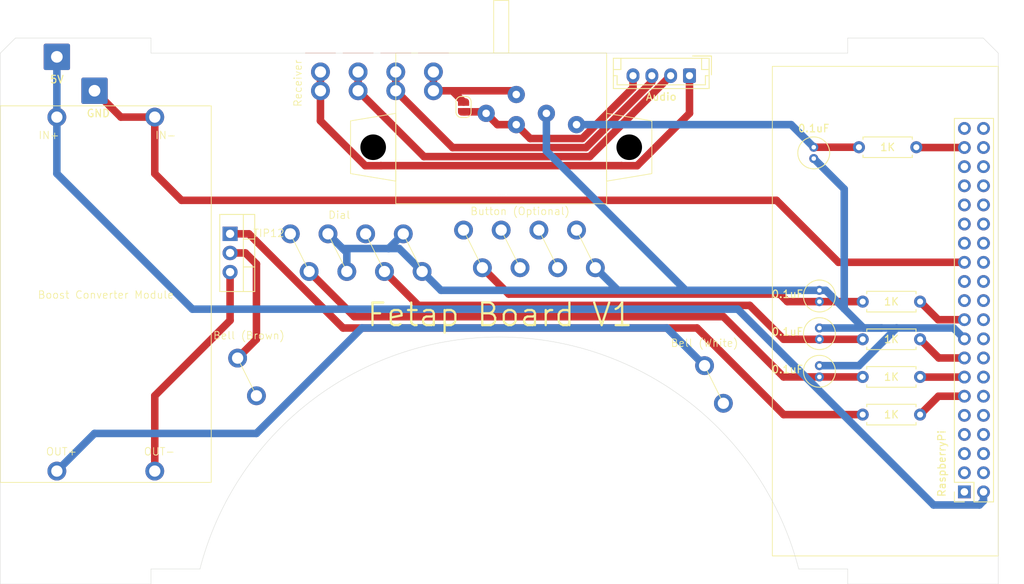
<source format=kicad_pcb>
(kicad_pcb (version 20240108) (generator "pcbnew") (generator_version "8.0")
  (layers (0 "F.Cu" signal) (31 "B.Cu" signal) (34 "B.Paste" user) (35 "F.Paste" user) (36 "B.SilkS" user "B.Silkscreen") (37 "F.SilkS" user "F.Silkscreen") (38 "B.Mask" user) (39 "F.Mask" user) (44 "Edge.Cuts" user))
  (net 0 "")
  (net 1 "Net-(Dial1-Pin_2)")
  (net 2 "Net-(Dial1-Pin_1)")
  (net 3 "Net-(0.1uF3-Pad2)")
  (net 4 "Net-(RaspberryPi1-GPIO17)")
  (net 5 "Net-(TIP120-B)")
  (net 6 "Net-(RaspberryPi1-GPIO22)")
  (net 7 "Net-(RaspberryPi1-GPIO27)")
  (net 8 "Net-(RaspberryPi1-GPIO26)")
  (net 9 "Net-(BoostConverterModule1-Pin_4)")
  (net 10 "Net-(BoostConverterModule1-Pin_3)")
  (net 22 "Net-(Dial1-Pin_3)")
  (net 35 "Net-(OptionalButton1-Pin_1)")
  (net 36 "Net-(RaspberryPi1-MOSI0{slash}GPIO10)")
  (net 39 "Net-(J1-Pin_2)")
  (net 40 "Net-(J1-Pin_1)")
  (net 41 "Net-(J1-Pin_4)")
  (net 42 "Net-(J1-Pin_3)")
  (net 43 "Net-(BoostConverterModule1-Pin_1)")
  (net 44 "Net-(BrownBell-1-Pin_1)")
  (net 45 "Net-(5V1-Pin_1)")
  (net 46 "Net-(JP1-A)")
  (footprint "Package_TO_SOT_THT:TO-220-3_Vertical" (layer "F.Cu") (at 117 84.5 -90)
    (property "Reference" "TIP120" (hide yes))
    (property "Value" "TIP120")
    (fp_line (start -2.58 1.371) (end 7.66 1.371) (stroke (width 0.12)) (layer "F.SilkS"))
    (fp_line (start -2.58 -1.76) (end 7.66 -1.76) (stroke (width 0.12)) (layer "F.SilkS"))
    (fp_line (start -2.58 -3.27) (end -2.58 1.371) (stroke (width 0.12)) (layer "F.SilkS"))
    (fp_line (start -2.58 -3.27) (end 7.66 -3.27) (stroke (width 0.12)) (layer "F.SilkS"))
    (fp_line (start 0.69 -3.27) (end 0.69 -1.76) (stroke (width 0.12)) (layer "F.SilkS"))
    (fp_line (start 4.391 -3.27) (end 4.391 -1.76) (stroke (width 0.12)) (layer "F.SilkS"))
    (fp_line (start 7.66 -3.27) (end 7.66 1.371) (stroke (width 0.12)) (layer "F.SilkS"))
    (pad "1" thru_hole rect (at 0 0 270) (size 1.905 2) (drill 1.1) (layers "*.Cu" "*.Mask") (net 5 "Net-(TIP120-B)"))
    (pad "2" thru_hole oval (at 2.54 0 270) (size 1.905 2) (drill 1.1) (layers "*.Cu" "*.Mask") (net 44 "Net-(BrownBell-1-Pin_1)"))
    (pad "3" thru_hole oval (at 5.08 0 270) (size 1.905 2) (drill 1.1) (layers "*.Cu" "*.Mask") (net 10 "Net-(BoostConverterModule1-Pin_3)"))
  )
  (footprint "Fetap:Boost Converter Module" (layer "F.Cu") (at 100.5 117.5)
    (property "Reference" "Boost Converter Module" (at 0 -24.9 0) (layer "F.SilkS") (effects (font (thickness 0.1))))
    (property "Value" "Conn_02x02_Odd_Even")
    (fp_rect (start -14 -50) (end 14 0) (stroke (width 0.1)) (fill none) (layer "F.SilkS"))
    (fp_text user "OUT-" (at 5 -3.5 0) (layer "F.SilkS") (effects (font (thickness 0.1)) (justify left bottom)))
    (fp_text user "IN+" (at -9 -45.5 0) (layer "F.SilkS") (effects (font (thickness 0.1)) (justify left bottom)))
    (fp_text user "OUT+" (at -8 -3.5 0) (layer "F.SilkS") (effects (font (thickness 0.1)) (justify left bottom)))
    (fp_text user "IN-" (at 6.5 -45.5 0) (layer "F.SilkS") (effects (font (thickness 0.1)) (justify left bottom)))
    (pad "1" thru_hole circle (at -6.5 -1.5) (size 2.5 2.5) (drill 1.5) (layers "*.Cu" "*.Mask") (net 43 "Net-(BoostConverterModule1-Pin_1)"))
    (pad "2" thru_hole circle (at -6.5 -48.5) (size 2.5 2.5) (drill 1.5) (layers "*.Cu" "*.Mask") (net 45 "Net-(5V1-Pin_1)"))
    (pad "3" thru_hole circle (at 6.5 -1.5) (size 2.5 2.5) (drill 1.5) (layers "*.Cu" "*.Mask") (net 10 "Net-(BoostConverterModule1-Pin_3)"))
    (pad "4" thru_hole circle (at 6.5 -48.5) (size 2.5 2.5) (drill 1.5) (layers "*.Cu" "*.Mask") (net 9 "Net-(BoostConverterModule1-Pin_4)"))
  )
  (footprint "Resistor_THT:R_Axial_DIN0207_L6.3mm_D2.5mm_P7.62mm_Horizontal" (layer "F.Cu") (at 208.62 103.5 180)
    (property "Reference" "1K" (at 3.81 0 180) (layer "F.SilkS"))
    (property "Value" "R1")
    (fp_line (start 7.08 1.37) (end 7.08 1.04) (stroke (width 0.12)) (layer "F.SilkS"))
    (fp_line (start 7.08 -1.37) (end 7.08 -1.04) (stroke (width 0.12)) (layer "F.SilkS"))
    (fp_line (start 0.54 1.37) (end 7.08 1.37) (stroke (width 0.12)) (layer "F.SilkS"))
    (fp_line (start 0.54 1.04) (end 0.54 1.37) (stroke (width 0.12)) (layer "F.SilkS"))
    (fp_line (start 0.54 -1.04) (end 0.54 -1.37) (stroke (width 0.12)) (layer "F.SilkS"))
    (fp_line (start 0.54 -1.37) (end 7.08 -1.37) (stroke (width 0.12)) (layer "F.SilkS"))
    (pad "1" thru_hole circle (at 0 0 180) (size 1.6 1.6) (drill 0.8) (layers "*.Cu" "*.Mask") (net 7 "Net-(RaspberryPi1-GPIO27)"))
    (pad "2" thru_hole oval (at 7.62 0 180) (size 1.6 1.6) (drill 0.8) (layers "*.Cu" "*.Mask") (net 2 "Net-(Dial1-Pin_1)"))
  )
  (footprint "Resistor_THT:R_Axial_DIN0207_L6.3mm_D2.5mm_P7.62mm_Horizontal" (layer "F.Cu") (at 208.62 108.5 180)
    (property "Reference" "1K" (at 3.81 0 180) (layer "F.SilkS"))
    (property "Value" "R3")
    (fp_line (start 7.08 1.37) (end 7.08 1.04) (stroke (width 0.12)) (layer "F.SilkS"))
    (fp_line (start 7.08 -1.37) (end 7.08 -1.04) (stroke (width 0.12)) (layer "F.SilkS"))
    (fp_line (start 0.54 1.37) (end 7.08 1.37) (stroke (width 0.12)) (layer "F.SilkS"))
    (fp_line (start 0.54 1.04) (end 0.54 1.37) (stroke (width 0.12)) (layer "F.SilkS"))
    (fp_line (start 0.54 -1.04) (end 0.54 -1.37) (stroke (width 0.12)) (layer "F.SilkS"))
    (fp_line (start 0.54 -1.37) (end 7.08 -1.37) (stroke (width 0.12)) (layer "F.SilkS"))
    (pad "1" thru_hole circle (at 0 0 180) (size 1.6 1.6) (drill 0.8) (layers "*.Cu" "*.Mask") (net 4 "Net-(RaspberryPi1-GPIO17)"))
    (pad "2" thru_hole oval (at 7.62 0 180) (size 1.6 1.6) (drill 0.8) (layers "*.Cu" "*.Mask") (net 5 "Net-(TIP120-B)"))
  )
  (footprint "Fetap:Fetap Pin Horizontal x 4" (layer "F.Cu") (at 129 65.5)
    (property "Reference" "Receiver" (at -3 -1 90) (layer "F.SilkS") (effects (font (thickness 0.1))))
    (property "Value" "~")
    (fp_line (start -2 -5) (end 2 -5) (stroke (width 0.1)) (layer "B.SilkS"))
    (fp_line (start 3 -5) (end 7 -5) (stroke (width 0.1)) (layer "B.SilkS"))
    (fp_line (start 8 -5) (end 12 -5) (stroke (width 0.1)) (layer "B.SilkS"))
    (fp_line (start 13 -5) (end 17 -5) (stroke (width 0.1)) (layer "B.SilkS"))
    (pad "1" thru_hole circle (at 0 -2.5) (size 2.5 2.5) (drill 1.5) (layers "*.Cu" "*.Mask") (net 40 "Net-(J1-Pin_1)"))
    (pad "1" thru_hole circle (at 0 0) (size 2.5 2.5) (drill 1.5) (layers "*.Cu" "*.Mask") (net 40 "Net-(J1-Pin_1)"))
    (pad "2" thru_hole circle (at 5 -2.5) (size 2.5 2.5) (drill 1.5) (layers "*.Cu" "*.Mask") (net 39 "Net-(J1-Pin_2)"))
    (pad "2" thru_hole circle (at 5 0) (size 2.5 2.5) (drill 1.5) (layers "*.Cu" "*.Mask") (net 39 "Net-(J1-Pin_2)"))
    (pad "3" thru_hole circle (at 10 -2.5) (size 2.5 2.5) (drill 1.5) (layers "*.Cu" "*.Mask") (net 42 "Net-(J1-Pin_3)"))
    (pad "3" thru_hole circle (at 10 0) (size 2.5 2.5) (drill 1.5) (layers "*.Cu" "*.Mask") (net 42 "Net-(J1-Pin_3)"))
    (pad "4" thru_hole circle (at 15 -2.5) (size 2.5 2.5) (drill 1.5) (layers "*.Cu" "*.Mask") (net 46 "Net-(JP1-A)"))
    (pad "4" thru_hole circle (at 15 0) (size 2.5 2.5) (drill 1.5) (layers "*.Cu" "*.Mask") (net 46 "Net-(JP1-A)"))
  )
  (footprint "Fetap:RPi Zero" (layer "F.Cu") (at 214.5 118.76 180)
    (property "Reference" "RaspberryPi" (at 2.999999 3.760001 -90) (layer "F.SilkS"))
    (property "Value" "Raspberry_Pi_2_3")
    (fp_line (start 1.33 1.27) (end 1.33 49.59) (stroke (width 0.12)) (layer "F.SilkS"))
    (fp_line (start 1.33 -1.33) (end 1.33 0) (stroke (width 0.12)) (layer "F.SilkS"))
    (fp_line (start 0 -1.33) (end 1.33 -1.33) (stroke (width 0.12)) (layer "F.SilkS"))
    (fp_line (start -1.27 1.27) (end 1.33 1.27) (stroke (width 0.12)) (layer "F.SilkS"))
    (fp_line (start -1.27 -1.33) (end -1.27 1.27) (stroke (width 0.12)) (layer "F.SilkS"))
    (fp_line (start -3.87 49.59) (end 1.33 49.59) (stroke (width 0.12)) (layer "F.SilkS"))
    (fp_line (start -3.87 -1.33) (end -1.27 -1.33) (stroke (width 0.12)) (layer "F.SilkS"))
    (fp_line (start -3.87 -1.33) (end -3.87 49.59) (stroke (width 0.12)) (layer "F.SilkS"))
    (fp_rect (start -4.5 -8.5) (end 25.5 56.5) (stroke (width 0.1)) (fill none) (layer "F.SilkS"))
    (pad "1" thru_hole rect (at 0 0 180) (size 1.7 1.7) (drill 1) (layers "*.Cu" "*.Mask") (net 1 "Net-(Dial1-Pin_2)"))
    (pad "2" thru_hole oval (at -2.54 0 180) (size 1.7 1.7) (drill 1) (layers "*.Cu" "*.Mask") (net 45 "Net-(5V1-Pin_1)"))
    (pad "3" thru_hole oval (at 0 2.54 180) (size 1.7 1.7) (drill 1) (layers "*.Cu" "*.Mask"))
    (pad "4" thru_hole oval (at -2.54 2.54 180) (size 1.7 1.7) (drill 1) (layers "*.Cu" "*.Mask") (net 45 "Net-(5V1-Pin_1)"))
    (pad "5" thru_hole oval (at 0 5.08 180) (size 1.7 1.7) (drill 1) (layers "*.Cu" "*.Mask"))
    (pad "6" thru_hole oval (at -2.54 5.08 180) (size 1.7 1.7) (drill 1) (layers "*.Cu" "*.Mask") (net 9 "Net-(BoostConverterModule1-Pin_4)"))
    (pad "7" thru_hole oval (at 0 7.62 180) (size 1.7 1.7) (drill 1) (layers "*.Cu" "*.Mask"))
    (pad "8" thru_hole oval (at -2.54 7.62 180) (size 1.7 1.7) (drill 1) (layers "*.Cu" "*.Mask"))
    (pad "9" thru_hole oval (at 0 10.16 180) (size 1.7 1.7) (drill 1) (layers "*.Cu" "*.Mask") (net 9 "Net-(BoostConverterModule1-Pin_4)"))
    (pad "10" thru_hole oval (at -2.54 10.16 180) (size 1.7 1.7) (drill 1) (layers "*.Cu" "*.Mask"))
    (pad "11" thru_hole oval (at 0 12.7 180) (size 1.7 1.7) (drill 1) (layers "*.Cu" "*.Mask") (net 4 "Net-(RaspberryPi1-GPIO17)"))
    (pad "12" thru_hole oval (at -2.54 12.7 180) (size 1.7 1.7) (drill 1) (layers "*.Cu" "*.Mask"))
    (pad "13" thru_hole oval (at 0 15.24 180) (size 1.7 1.7) (drill 1) (layers "*.Cu" "*.Mask") (net 7 "Net-(RaspberryPi1-GPIO27)"))
    (pad "14" thru_hole oval (at -2.54 15.24 180) (size 1.7 1.7) (drill 1) (layers "*.Cu" "*.Mask") (net 9 "Net-(BoostConverterModule1-Pin_4)"))
    (pad "15" thru_hole oval (at 0 17.78 180) (size 1.7 1.7) (drill 1) (layers "*.Cu" "*.Mask") (net 6 "Net-(RaspberryPi1-GPIO22)"))
    (pad "16" thru_hole oval (at -2.54 17.78 180) (size 1.7 1.7) (drill 1) (layers "*.Cu" "*.Mask"))
    (pad "17" thru_hole oval (at 0 20.32 180) (size 1.7 1.7) (drill 1) (layers "*.Cu" "*.Mask") (net 1 "Net-(Dial1-Pin_2)"))
    (pad "18" thru_hole oval (at -2.54 20.32 180) (size 1.7 1.7) (drill 1) (layers "*.Cu" "*.Mask"))
    (pad "19" thru_hole oval (at 0 22.86 180) (size 1.7 1.7) (drill 1) (layers "*.Cu" "*.Mask") (net 36 "Net-(RaspberryPi1-MOSI0{slash}GPIO10)"))
    (pad "20" thru_hole oval (at -2.54 22.86 180) (size 1.7 1.7) (drill 1) (layers "*.Cu" "*.Mask") (net 9 "Net-(BoostConverterModule1-Pin_4)"))
    (pad "21" thru_hole oval (at 0 25.4 180) (size 1.7 1.7) (drill 1) (layers "*.Cu" "*.Mask"))
    (pad "22" thru_hole oval (at -2.54 25.4 180) (size 1.7 1.7) (drill 1) (layers "*.Cu" "*.Mask"))
    (pad "23" thru_hole oval (at 0 27.94 180) (size 1.7 1.7) (drill 1) (layers "*.Cu" "*.Mask"))
    (pad "24" thru_hole oval (at -2.54 27.94 180) (size 1.7 1.7) (drill 1) (layers "*.Cu" "*.Mask"))
    (pad "25" thru_hole oval (at 0 30.48 180) (size 1.7 1.7) (drill 1) (layers "*.Cu" "*.Mask") (net 9 "Net-(BoostConverterModule1-Pin_4)"))
    (pad "26" thru_hole oval (at -2.54 30.48 180) (size 1.7 1.7) (drill 1) (layers "*.Cu" "*.Mask"))
    (pad "27" thru_hole oval (at 0 33.02 180) (size 1.7 1.7) (drill 1) (layers "*.Cu" "*.Mask"))
    (pad "28" thru_hole oval (at -2.54 33.02 180) (size 1.7 1.7) (drill 1) (layers "*.Cu" "*.Mask"))
    (pad "29" thru_hole oval (at 0 35.56 180) (size 1.7 1.7) (drill 1) (layers "*.Cu" "*.Mask"))
    (pad "30" thru_hole oval (at -2.54 35.56 180) (size 1.7 1.7) (drill 1) (layers "*.Cu" "*.Mask") (net 9 "Net-(BoostConverterModule1-Pin_4)"))
    (pad "31" thru_hole oval (at 0 38.1 180) (size 1.7 1.7) (drill 1) (layers "*.Cu" "*.Mask"))
    (pad "32" thru_hole oval (at -2.54 38.1 180) (size 1.7 1.7) (drill 1) (layers "*.Cu" "*.Mask"))
    (pad "33" thru_hole oval (at 0 40.64 180) (size 1.7 1.7) (drill 1) (layers "*.Cu" "*.Mask"))
    (pad "34" thru_hole oval (at -2.54 40.64 180) (size 1.7 1.7) (drill 1) (layers "*.Cu" "*.Mask") (net 9 "Net-(BoostConverterModule1-Pin_4)"))
    (pad "35" thru_hole oval (at 0 43.18 180) (size 1.7 1.7) (drill 1) (layers "*.Cu" "*.Mask"))
    (pad "36" thru_hole oval (at -2.54 43.18 180) (size 1.7 1.7) (drill 1) (layers "*.Cu" "*.Mask"))
    (pad "37" thru_hole oval (at 0 45.72 180) (size 1.7 1.7) (drill 1) (layers "*.Cu" "*.Mask") (net 8 "Net-(RaspberryPi1-GPIO26)"))
    (pad "38" thru_hole oval (at -2.54 45.72 180) (size 1.7 1.7) (drill 1) (layers "*.Cu" "*.Mask"))
    (pad "39" thru_hole oval (at 0 48.26 180) (size 1.7 1.7) (drill 1) (layers "*.Cu" "*.Mask") (net 9 "Net-(BoostConverterModule1-Pin_4)"))
    (pad "40" thru_hole oval (at -2.54 48.26 180) (size 1.7 1.7) (drill 1) (layers "*.Cu" "*.Mask"))
  )
  (footprint "Connector_Wire:SolderWire-0.75sqmm_1x01_D1.25mm_OD3.5mm" (layer "F.Cu") (at 94 61)
    (property "Reference" "5V" (at 0 3 0) (layer "F.SilkS"))
    (property "Value" "Conn_01x01_Socket")
    (pad "1" thru_hole roundrect (at 0 0) (size 3.5 3.5) (drill 1.55) (layers "*.Cu" "*.Mask") (roundrect_rratio 0.071429) (net 45 "Net-(5V1-Pin_1)"))
  )
  (footprint "Jumper:SolderJumper-2_P1.3mm_Open_RoundedPad1.0x1.5mm" (layer "F.Cu") (at 148 67.65 -90)
    (property "Reference" "JP1" (hide yes))
    (property "Value" "SolderJumper_2_Open")
    (fp_line (start 0.7 1) (end -0.7 1) (stroke (width 0.12)) (layer "F.SilkS"))
    (fp_line (start -1.4 0.3) (end -1.4 -0.3) (stroke (width 0.12)) (layer "F.SilkS"))
    (fp_line (start 1.4 -0.3) (end 1.4 0.3) (stroke (width 0.12)) (layer "F.SilkS"))
    (fp_line (start -0.7 -1) (end 0.7 -1) (stroke (width 0.12)) (layer "F.SilkS"))
    (fp_arc (start -0.7 1) (mid -1.194975 0.794975) (end -1.4 0.3) (stroke (width 0.12)) (layer "F.SilkS"))
    (fp_arc (start 1.4 0.3) (mid 1.194975 0.794975) (end 0.7 1) (stroke (width 0.12)) (layer "F.SilkS"))
    (fp_arc (start -1.4 -0.3) (mid -1.194975 -0.794975) (end -0.7 -1) (stroke (width 0.12)) (layer "F.SilkS"))
    (fp_arc (start 0.7 -1) (mid 1.194975 -0.794975) (end 1.4 -0.3) (stroke (width 0.12)) (layer "F.SilkS"))
    (pad "1" smd custom (at -0.65 0 270) (size 1 0.5) (layers "F.Cu" "F.Mask") (net 46 "Net-(JP1-A)") (options (clearance outline) (anchor rect)) (primitives (gr_circle (center 0 0.25) (end 0.5 0.25) (width 0) (fill yes)) (gr_circle (center 0 -0.25) (end 0.5 -0.25) (width 0) (fill yes)) (gr_poly (pts (xy 0.5 0.75) (xy 0 0.75) (xy 0 -0.75) (xy 0.5 -0.75)) (width 0) (fill yes))))
    (pad "2" smd custom (at 0.65 0 270) (size 1 0.5) (layers "F.Cu" "F.Mask") (net 41 "Net-(J1-Pin_4)") (options (clearance outline) (anchor rect)) (primitives (gr_circle (center 0 0.25) (end 0.5 0.25) (width 0) (fill yes)) (gr_circle (center 0 -0.25) (end 0.5 -0.25) (width 0) (fill yes)) (gr_poly (pts (xy 0 0.75) (xy -0.5 0.75) (xy -0.5 -0.75) (xy 0 -0.75)) (width 0) (fill yes))))
  )
  (footprint "Capacitor_THT:C_Radial_D4.0mm_H7.0mm_P1.50mm" (layer "F.Cu") (at 195.25 102 -90)
    (property "Reference" "0.1uF" (at 0.5 4.25 180) (layer "F.SilkS"))
    (property "Value" "C")
    (fp_circle (center 0.75 0) (end 2.87 0) (stroke (width 0.12)) (fill none) (layer "F.SilkS"))
    (pad "1" thru_hole circle (at 0 0 270) (size 1.2 1.2) (drill 0.6) (layers "*.Cu" "*.Mask") (net 1 "Net-(Dial1-Pin_2)"))
    (pad "2" thru_hole circle (at 1.5 0 270) (size 1.2 1.2) (drill 0.6) (layers "*.Cu" "*.Mask") (net 2 "Net-(Dial1-Pin_1)"))
  )
  (footprint "Resistor_THT:R_Axial_DIN0207_L6.3mm_D2.5mm_P7.62mm_Horizontal" (layer "F.Cu") (at 208.62 98.5 180)
    (property "Reference" "1K" (at 3.81 0 180) (layer "F.SilkS"))
    (property "Value" "R2")
    (fp_line (start 7.08 1.37) (end 7.08 1.04) (stroke (width 0.12)) (layer "F.SilkS"))
    (fp_line (start 7.08 -1.37) (end 7.08 -1.04) (stroke (width 0.12)) (layer "F.SilkS"))
    (fp_line (start 0.54 1.37) (end 7.08 1.37) (stroke (width 0.12)) (layer "F.SilkS"))
    (fp_line (start 0.54 1.04) (end 0.54 1.37) (stroke (width 0.12)) (layer "F.SilkS"))
    (fp_line (start 0.54 -1.04) (end 0.54 -1.37) (stroke (width 0.12)) (layer "F.SilkS"))
    (fp_line (start 0.54 -1.37) (end 7.08 -1.37) (stroke (width 0.12)) (layer "F.SilkS"))
    (pad "1" thru_hole circle (at 0 0 180) (size 1.6 1.6) (drill 0.8) (layers "*.Cu" "*.Mask") (net 6 "Net-(RaspberryPi1-GPIO22)"))
    (pad "2" thru_hole oval (at 7.62 0 180) (size 1.6 1.6) (drill 0.8) (layers "*.Cu" "*.Mask") (net 22 "Net-(Dial1-Pin_3)"))
  )
  (footprint "Fetap:Fetap Pin Vertical x 4" (layer "F.Cu") (at 127.5 89.5)
    (property "Reference" "Dial" (at 4 -7.5 0) (layer "F.SilkS") (effects (font (thickness 0.1))))
    (property "Value" "~")
    (fp_line (start -2.5 -5) (end 0 0) (stroke (width 0.1)) (layer "F.SilkS"))
    (fp_line (start 2.5 -5) (end 5 0) (stroke (width 0.1)) (layer "F.SilkS"))
    (fp_line (start 7.5 -5) (end 10 0) (stroke (width 0.1)) (layer "F.SilkS"))
    (fp_line (start 12.5 -5) (end 15 0) (stroke (width 0.1)) (layer "F.SilkS"))
    (pad "1" thru_hole circle (at -2.5 -5) (size 2.5 2.5) (drill 1.5) (layers "*.Cu" "*.Mask") (net 2 "Net-(Dial1-Pin_1)"))
    (pad "1" thru_hole circle (at 0 0) (size 2.5 2.5) (drill 1.5) (layers "*.Cu" "*.Mask") (net 2 "Net-(Dial1-Pin_1)"))
    (pad "2" thru_hole circle (at 2.5 -5) (size 2.5 2.5) (drill 1.5) (layers "*.Cu" "*.Mask") (net 1 "Net-(Dial1-Pin_2)"))
    (pad "2" thru_hole circle (at 5 0) (size 2.5 2.5) (drill 1.5) (layers "*.Cu" "*.Mask") (net 1 "Net-(Dial1-Pin_2)"))
    (pad "3" thru_hole circle (at 7.5 -5) (size 2.5 2.5) (drill 1.5) (layers "*.Cu" "*.Mask") (net 22 "Net-(Dial1-Pin_3)"))
    (pad "3" thru_hole circle (at 10 0) (size 2.5 2.5) (drill 1.5) (layers "*.Cu" "*.Mask") (net 22 "Net-(Dial1-Pin_3)"))
    (pad "4" thru_hole circle (at 12.5 -5) (size 2.5 2.5) (drill 1.5) (layers "*.Cu" "*.Mask") (net 1 "Net-(Dial1-Pin_2)"))
    (pad "4" thru_hole circle (at 15 0) (size 2.5 2.5) (drill 1.5) (layers "*.Cu" "*.Mask") (net 1 "Net-(Dial1-Pin_2)"))
  )
  (footprint "Capacitor_THT:C_Radial_D4.0mm_H7.0mm_P1.50mm" (layer "F.Cu") (at 194.5 74.5 90)
    (property "Reference" "0.1uF" (at 4 0 0) (layer "F.SilkS"))
    (property "Value" "C")
    (fp_circle (center 0.75 0) (end 2.87 0) (stroke (width 0.12)) (fill none) (layer "F.SilkS"))
    (pad "1" thru_hole circle (at 0 0 90) (size 1.2 1.2) (drill 0.6) (layers "*.Cu" "*.Mask") (net 1 "Net-(Dial1-Pin_2)"))
    (pad "2" thru_hole circle (at 1.5 0 90) (size 1.2 1.2) (drill 0.6) (layers "*.Cu" "*.Mask") (net 3 "Net-(0.1uF3-Pad2)"))
  )
  (footprint "Capacitor_THT:C_Radial_D4.0mm_H7.0mm_P1.50mm" (layer "F.Cu") (at 195.25 97 -90)
    (property "Reference" "0.1uF" (at 0.5 4.25 180) (layer "F.SilkS"))
    (property "Value" "C")
    (fp_circle (center 0.75 0) (end 2.87 0) (stroke (width 0.12)) (fill none) (layer "F.SilkS"))
    (pad "1" thru_hole circle (at 0 0 270) (size 1.2 1.2) (drill 0.6) (layers "*.Cu" "*.Mask") (net 1 "Net-(Dial1-Pin_2)"))
    (pad "2" thru_hole circle (at 1.5 0 270) (size 1.2 1.2) (drill 0.6) (layers "*.Cu" "*.Mask") (net 22 "Net-(Dial1-Pin_3)"))
  )
  (footprint "Resistor_THT:R_Axial_DIN0207_L6.3mm_D2.5mm_P7.62mm_Horizontal" (layer "F.Cu") (at 200.5 73)
    (property "Reference" "1K" (at 3.81 0 0) (layer "F.SilkS"))
    (property "Value" "R4")
    (fp_line (start 0.54 -1.37) (end 7.08 -1.37) (stroke (width 0.12)) (layer "F.SilkS"))
    (fp_line (start 0.54 -1.04) (end 0.54 -1.37) (stroke (width 0.12)) (layer "F.SilkS"))
    (fp_line (start 0.54 1.04) (end 0.54 1.37) (stroke (width 0.12)) (layer "F.SilkS"))
    (fp_line (start 0.54 1.37) (end 7.08 1.37) (stroke (width 0.12)) (layer "F.SilkS"))
    (fp_line (start 7.08 -1.37) (end 7.08 -1.04) (stroke (width 0.12)) (layer "F.SilkS"))
    (fp_line (start 7.08 1.37) (end 7.08 1.04) (stroke (width 0.12)) (layer "F.SilkS"))
    (pad "1" thru_hole circle (at 0 0) (size 1.6 1.6) (drill 0.8) (layers "*.Cu" "*.Mask") (net 3 "Net-(0.1uF3-Pad2)"))
    (pad "2" thru_hole oval (at 7.62 0) (size 1.6 1.6) (drill 0.8) (layers "*.Cu" "*.Mask") (net 8 "Net-(RaspberryPi1-GPIO26)"))
  )
  (footprint "Fetap:Fetap Pin Vertical x 4" (layer "F.Cu") (at 150.5 89)
    (property "Reference" "Button (Optional)" (at 5 -7.5 0) (layer "F.SilkS") (effects (font (thickness 0.1))))
    (property "Value" "~")
    (fp_line (start -2.5 -5) (end 0 0) (stroke (width 0.1)) (layer "F.SilkS"))
    (fp_line (start 2.5 -5) (end 5 0) (stroke (width 0.1)) (layer "F.SilkS"))
    (fp_line (start 7.5 -5) (end 10 0) (stroke (width 0.1)) (layer "F.SilkS"))
    (fp_line (start 12.5 -5) (end 15 0) (stroke (width 0.1)) (layer "F.SilkS"))
    (pad "1" thru_hole circle (at -2.5 -5) (size 2.5 2.5) (drill 1.5) (layers "*.Cu" "*.Mask") (net 35 "Net-(OptionalButton1-Pin_1)"))
    (pad "1" thru_hole circle (at 0 0) (size 2.5 2.5) (drill 1.5) (layers "*.Cu" "*.Mask") (net 35 "Net-(OptionalButton1-Pin_1)"))
    (pad "2" thru_hole circle (at 2.5 -5) (size 2.5 2.5) (drill 1.5) (layers "*.Cu" "*.Mask"))
    (pad "2" thru_hole circle (at 5 0) (size 2.5 2.5) (drill 1.5) (layers "*.Cu" "*.Mask"))
    (pad "3" thru_hole circle (at 7.5 -5) (size 2.5 2.5) (drill 1.5) (layers "*.Cu" "*.Mask"))
    (pad "3" thru_hole circle (at 10 0) (size 2.5 2.5) (drill 1.5) (layers "*.Cu" "*.Mask"))
    (pad "4" thru_hole circle (at 12.5 -5) (size 2.5 2.5) (drill 1.5) (layers "*.Cu" "*.Mask") (net 1 "Net-(Dial1-Pin_2)"))
    (pad "4" thru_hole circle (at 15 0) (size 2.5 2.5) (drill 1.5) (layers "*.Cu" "*.Mask") (net 1 "Net-(Dial1-Pin_2)"))
  )
  (footprint "Fetap:Fetap Receiver Switch" (layer "F.Cu") (at 153 70 180)
    (property "Reference" "ReceiverPushButton1" (hide yes))
    (property "Value" "SW_Push_Open_Dual")
    (fp_rect (start -1 9.5) (end 1 16.5) (stroke (width 0.1)) (fill none) (layer "F.SilkS"))
    (fp_rect (start -14 -10.5) (end 14 9.5) (stroke (width 0.1)) (fill none) (layer "F.SilkS"))
    (fp_poly (pts (xy 14 -7.5) (xy 20 -6.5) (xy 20 0.5) (xy 14 1.5)) (stroke (width 0.1)) (fill none) (layer "F.SilkS"))
    (fp_poly (pts (xy -14 -7.5) (xy -20 -6.5) (xy -20 0.5) (xy -14 1.5)) (stroke (width 0.1)) (fill none) (layer "F.SilkS"))
    (pad "" np_thru_hole circle (at -17 -3 180) (size 3.4 3.4) (drill 3.4) (layers "*.Mask"))
    (pad "" np_thru_hole circle (at 0 -8 180) (size 2.6 2.6) (drill 2.6) (layers "F&B.Cu" "*.Mask"))
    (pad "" np_thru_hole circle (at 17 -3 180) (size 3.4 3.4) (drill 3.4) (layers "*.Mask"))
    (pad "1" thru_hole circle (at -10 0 180) (size 2.286 2.286) (drill 1) (layers "*.Cu" "*.Mask") (net 3 "Net-(0.1uF3-Pad2)"))
    (pad "2" thru_hole circle (at -6 1.5 180) (size 2.286 2.286) (drill 1) (layers "*.Cu" "*.Mask") (net 1 "Net-(Dial1-Pin_2)"))
    (pad "3" thru_hole circle (at -2 4 180) (size 2.286 2.286) (drill 1) (layers "*.Cu" "*.Mask") (net 46 "Net-(JP1-A)"))
    (pad "4" thru_hole circle (at -2 0 180) (size 2.286 2.286) (drill 1) (layers "*.Cu" "*.Mask") (net 41 "Net-(J1-Pin_4)"))
    (pad "4" thru_hole circle (at 2 1.5 180) (size 2.286 2.286) (drill 1) (layers "*.Cu" "*.Mask") (net 41 "Net-(J1-Pin_4)"))
  )
  (footprint "Resistor_THT:R_Axial_DIN0207_L6.3mm_D2.5mm_P7.62mm_Horizontal" (layer "F.Cu") (at 208.62 93.5 180)
    (property "Reference" "1K" (at 3.81 0 180) (layer "F.SilkS"))
    (property "Value" "R1")
    (fp_line (start 7.08 1.37) (end 7.08 1.04) (stroke (width 0.12)) (layer "F.SilkS"))
    (fp_line (start 7.08 -1.37) (end 7.08 -1.04) (stroke (width 0.12)) (layer "F.SilkS"))
    (fp_line (start 0.54 1.37) (end 7.08 1.37) (stroke (width 0.12)) (layer "F.SilkS"))
    (fp_line (start 0.54 1.04) (end 0.54 1.37) (stroke (width 0.12)) (layer "F.SilkS"))
    (fp_line (start 0.54 -1.04) (end 0.54 -1.37) (stroke (width 0.12)) (layer "F.SilkS"))
    (fp_line (start 0.54 -1.37) (end 7.08 -1.37) (stroke (width 0.12)) (layer "F.SilkS"))
    (pad "1" thru_hole circle (at 0 0 180) (size 1.6 1.6) (drill 0.8) (layers "*.Cu" "*.Mask") (net 36 "Net-(RaspberryPi1-MOSI0{slash}GPIO10)"))
    (pad "2" thru_hole oval (at 7.62 0 180) (size 1.6 1.6) (drill 0.8) (layers "*.Cu" "*.Mask") (net 35 "Net-(OptionalButton1-Pin_1)"))
  )
  (footprint "Fetap:Fetap Pin Vertical" (layer "F.Cu") (at 182.5 107)
    (property "Reference" "Bell (White)" (at -2.5 -8 0) (layer "F.SilkS") (effects (font (thickness 0.1))))
    (property "Value" "Conn_01x01_Socket")
    (fp_line (start -2.5 -5) (end 0 0) (stroke (width 0.1)) (layer "F.SilkS"))
    (pad "1" thru_hole circle (at -2.5 -5) (size 2.5 2.5) (drill 1.5) (layers "*.Cu" "*.Mask") (net 43 "Net-(BoostConverterModule1-Pin_1)"))
    (pad "1" thru_hole circle (at 0 0) (size 2.5 2.5) (drill 1.5) (layers "*.Cu" "*.Mask") (net 43 "Net-(BoostConverterModule1-Pin_1)"))
  )
  (footprint "Capacitor_THT:C_Radial_D4.0mm_H7.0mm_P1.50mm" (layer "F.Cu") (at 195.25 92 -90)
    (property "Reference" "0.1uF" (at 0.5 4.25 180) (layer "F.SilkS"))
    (property "Value" "C")
    (fp_circle (center 0.75 0) (end 2.87 0) (stroke (width 0.12)) (fill none) (layer "F.SilkS"))
    (pad "1" thru_hole circle (at 0 0 270) (size 1.2 1.2) (drill 0.6) (layers "*.Cu" "*.Mask") (net 1 "Net-(Dial1-Pin_2)"))
    (pad "2" thru_hole circle (at 1.5 0 270) (size 1.2 1.2) (drill 0.6) (layers "*.Cu" "*.Mask") (net 35 "Net-(OptionalButton1-Pin_1)"))
  )
  (footprint "Fetap:Fetap Pin Vertical" (layer "F.Cu") (at 120.5 106)
    (property "Reference" "Bell (Brown)" (at -1 -8 0) (layer "F.SilkS") (effects (font (thickness 0.1))))
    (property "Value" "Conn_01x01_Socket")
    (fp_line (start -2.5 -5) (end 0 0) (stroke (width 0.1)) (layer "F.SilkS"))
    (pad "1" thru_hole circle (at -2.5 -5) (size 2.5 2.5) (drill 1.5) (layers "*.Cu" "*.Mask") (net 44 "Net-(BrownBell-1-Pin_1)"))
    (pad "1" thru_hole circle (at 0 0) (size 2.5 2.5) (drill 1.5) (layers "*.Cu" "*.Mask") (net 44 "Net-(BrownBell-1-Pin_1)"))
  )
  (footprint "Connector_Wire:SolderWire-0.75sqmm_1x01_D1.25mm_OD3.5mm" (layer "F.Cu") (at 99 65.5)
    (property "Reference" "GND" (at 0.5 3 0) (layer "F.SilkS"))
    (property "Value" "Conn_01x01_Socket")
    (pad "1" thru_hole roundrect (at 0 0) (size 3.5 3.5) (drill 1.55) (layers "*.Cu" "*.Mask") (roundrect_rratio 0.071429) (net 9 "Net-(BoostConverterModule1-Pin_4)"))
  )
  (footprint "Connector_JST:JST_EH_B4B-EH-A_1x04_P2.50mm_Vertical" (layer "F.Cu") (at 178 63.5 180)
    (property "Reference" "Audio" (at 3.75 -2.8 180) (layer "F.SilkS"))
    (property "Value" "Conn_01x04_Socket")
    (fp_line (start 10.11 2.31) (end 10.11 -1.71) (stroke (width 0.12)) (layer "F.SilkS"))
    (fp_line (start 10.11 0.81) (end 9.11 0.81) (stroke (width 0.12)) (layer "F.SilkS"))
    (fp_line (start 10.11 -1.71) (end -2.61 -1.71) (stroke (width 0.12)) (layer "F.SilkS"))
    (fp_line (start 9.61 0) (end 10.11 0) (stroke (width 0.12)) (layer "F.SilkS"))
    (fp_line (start 9.61 -1.21) (end 9.61 0) (stroke (width 0.12)) (layer "F.SilkS"))
    (fp_line (start 9.11 0.81) (end 9.11 2.31) (stroke (width 0.12)) (layer "F.SilkS"))
    (fp_line (start -1.61 0.81) (end -1.61 2.31) (stroke (width 0.12)) (layer "F.SilkS"))
    (fp_line (start -2.11 0) (end -2.11 -1.21) (stroke (width 0.12)) (layer "F.SilkS"))
    (fp_line (start -2.11 -1.21) (end 9.61 -1.21) (stroke (width 0.12)) (layer "F.SilkS"))
    (fp_line (start -2.61 2.31) (end 10.11 2.31) (stroke (width 0.12)) (layer "F.SilkS"))
    (fp_line (start -2.61 0.81) (end -1.61 0.81) (stroke (width 0.12)) (layer "F.SilkS"))
    (fp_line (start -2.61 0) (end -2.11 0) (stroke (width 0.12)) (layer "F.SilkS"))
    (fp_line (start -2.61 -1.71) (end -2.61 2.31) (stroke (width 0.12)) (layer "F.SilkS"))
    (fp_line (start -2.91 2.61) (end -0.41 2.61) (stroke (width 0.12)) (layer "F.SilkS"))
    (fp_line (start -2.91 0.11) (end -2.91 2.61) (stroke (width 0.12)) (layer "F.SilkS"))
    (pad "1" thru_hole roundrect (at 0 0 180) (size 1.7 1.95) (drill 0.95) (layers "*.Cu" "*.Mask") (roundrect_rratio 0.147059) (net 40 "Net-(J1-Pin_1)"))
    (pad "2" thru_hole oval (at 2.5 0 180) (size 1.7 1.95) (drill 0.95) (layers "*.Cu" "*.Mask") (net 39 "Net-(J1-Pin_2)"))
    (pad "3" thru_hole oval (at 5 0 180) (size 1.7 1.95) (drill 0.95) (layers "*.Cu" "*.Mask") (net 42 "Net-(J1-Pin_3)"))
    (pad "4" thru_hole oval (at 7.5 0 180) (size 1.7 1.95) (drill 0.95) (layers "*.Cu" "*.Mask") (net 41 "Net-(J1-Pin_4)"))
  )
  (gr_line (start 219 60.5) (end 219 131) (stroke (width 0.05)) (layer "Edge.Cuts"))
  (gr_line (start 199 131) (end 199 129) (stroke (width 0.05)) (layer "Edge.Cuts"))
  (gr_line (start 106.5 60.5) (end 199 60.5) (stroke (width 0.05)) (layer "Edge.Cuts"))
  (gr_line (start 219 131) (end 199 131) (stroke (width 0.05)) (layer "Edge.Cuts"))
  (gr_line (start 106.5 58.5) (end 106.5 60.5) (stroke (width 0.05)) (layer "Edge.Cuts"))
  (gr_line (start 217 58.5) (end 219 60.5) (stroke (width 0.05)) (layer "Edge.Cuts"))
  (gr_line (start 106.5 131) (end 106.5 129) (stroke (width 0.05)) (layer "Edge.Cuts"))
  (gr_line (start 199 58.5) (end 217 58.5) (stroke (width 0.05)) (layer "Edge.Cuts"))
  (gr_line (start 86.5 131) (end 106.5 131) (stroke (width 0.05)) (layer "Edge.Cuts"))
  (gr_line (start 106.5 129) (end 113 129) (stroke (width 0.05)) (layer "Edge.Cuts"))
  (gr_line (start 86.5 60.5) (end 86.5 131) (stroke (width 0.05)) (layer "Edge.Cuts"))
  (gr_arc (start 113 129) (mid 152.75 98.199726) (end 192.5 129) (stroke (width 0.05)) (layer "Edge.Cuts"))
  (gr_line (start 199 129) (end 192.5 129) (stroke (width 0.05)) (layer "Edge.Cuts"))
  (gr_line (start 199 60.5) (end 199 58.5) (stroke (width 0.05)) (layer "Edge.Cuts"))
  (gr_line (start 86.5 60.5) (end 88.5 58.5) (stroke (width 0.05)) (layer "Edge.Cuts"))
  (gr_line (start 88.5 58.5) (end 106.5 58.5) (stroke (width 0.05)) (layer "Edge.Cuts"))
  (gr_text "TIP120" (at 120 85 0) (layer "F.SilkS") (effects (font (size 1 1) (thickness 0.1)) (justify left bottom)))
  (gr_text "Fetap Board V1" (at 135 97 0) (layer "F.SilkS") (effects (font (size 3 3) (thickness 0.3) (bold yes)) (justify left bottom)))
  (segment (start 198.549264 94.450736) (end 198.549264 78.549264) (width 1) (layer "B.Cu") (net 1))
  (segment (start 205.5 97) (end 213.06 97) (width 1) (layer "B.Cu") (net 1))
  (segment (start 140 84.5) (end 138.05 86.45) (width 1) (layer "B.Cu") (net 1))
  (segment (start 168.5 92) (end 165.5 89) (width 1) (layer "B.Cu") (net 1))
  (segment (start 195.25 102) (end 200.5 102) (width 1) (layer "B.Cu") (net 1))
  (segment (start 196.098528 92) (end 198.549264 94.450736) (width 1) (layer "B.Cu") (net 1))
  (segment (start 139.45 86.45) (end 142.5 89.5) (width 1) (layer "B.Cu") (net 1))
  (segment (start 168.5 92) (end 145 92) (width 1) (layer "B.Cu") (net 1))
  (segment (start 138.05 86.45) (end 139.45 86.45) (width 1) (layer "B.Cu") (net 1))
  (segment (start 201.098528 97) (end 203.5 97) (width 1) (layer "B.Cu") (net 1))
  (segment (start 198.549264 94.450736) (end 201.098528 97) (width 1) (layer "B.Cu") (net 1))
  (segment (start 213.06 97) (end 214.5 98.44) (width 1) (layer "B.Cu") (net 1))
  (segment (start 177.5 92) (end 168.5 92) (width 1) (layer "B.Cu") (net 1))
  (segment (start 145 92) (end 142.5 89.5) (width 1) (layer "B.Cu") (net 1))
  (segment (start 195.25 92) (end 177.5 92) (width 1) (layer "B.Cu") (net 1))
  (segment (start 177.5 92) (end 159 73.5) (width 1) (layer "B.Cu") (net 1))
  (segment (start 195.25 97) (end 203.5 97) (width 1) (layer "B.Cu") (net 1))
  (segment (start 159 73.5) (end 159 68.5) (width 1) (layer "B.Cu") (net 1))
  (segment (start 131.95 86.45) (end 130 84.5) (width 1) (layer "B.Cu") (net 1))
  (segment (start 195.25 92) (end 196.098528 92) (width 1) (layer "B.Cu") (net 1))
  (segment (start 198.549264 78.549264) (end 194.5 74.5) (width 1) (layer "B.Cu") (net 1))
  (segment (start 132.5 87) (end 131.95 86.45) (width 1) (layer "B.Cu") (net 1))
  (segment (start 200.5 102) (end 205.5 97) (width 1) (layer "B.Cu") (net 1))
  (segment (start 138.05 86.45) (end 131.95 86.45) (width 1) (layer "B.Cu") (net 1))
  (segment (start 132.5 89.5) (end 132.5 87) (width 1) (layer "B.Cu") (net 1))
  (segment (start 203.5 97) (end 205.5 97) (width 1) (layer "B.Cu") (net 1))
  (segment (start 195.25 103.5) (end 201 103.5) (width 1) (layer "F.Cu") (net 2))
  (segment (start 195.25 103.5) (end 190.5 103.5) (width 1) (layer "F.Cu") (net 2))
  (segment (start 133.5 95.5) (end 127.5 89.5) (width 1) (layer "F.Cu") (net 2))
  (segment (start 190.5 103.5) (end 182.5 95.5) (width 1) (layer "F.Cu") (net 2))
  (segment (start 182.5 95.5) (end 133.5 95.5) (width 1) (layer "F.Cu") (net 2))
  (segment (start 200.5 73) (end 194.5 73) (width 1) (layer "F.Cu") (net 3))
  (segment (start 191.5 70) (end 163 70) (width 1) (layer "B.Cu") (net 3))
  (segment (start 194.5 73) (end 191.5 70) (width 1) (layer "B.Cu") (net 3))
  (segment (start 214.5 106.06) (end 211.06 106.06) (width 1) (layer "F.Cu") (net 4))
  (segment (start 211.06 106.06) (end 208.62 108.5) (width 1) (layer "F.Cu") (net 4))
  (segment (start 190.5 108.5) (end 179 97) (width 1) (layer "F.Cu") (net 5))
  (segment (start 132 97) (end 119.5 84.5) (width 1) (layer "F.Cu") (net 5))
  (segment (start 119.5 84.5) (end 117 84.5) (width 1) (layer "F.Cu") (net 5))
  (segment (start 179 97) (end 132 97) (width 1) (layer "F.Cu") (net 5))
  (segment (start 201 108.5) (end 190.5 108.5) (width 1) (layer "F.Cu") (net 5))
  (segment (start 214.5 100.98) (end 211.1 100.98) (width 1) (layer "F.Cu") (net 6))
  (segment (start 211.1 100.98) (end 208.62 98.5) (width 1) (layer "F.Cu") (net 6))
  (segment (start 214.5 103.52) (end 208.64 103.52) (width 1) (layer "F.Cu") (net 7))
  (segment (start 208.64 103.52) (end 208.62 103.5) (width 1) (layer "F.Cu") (net 7))
  (segment (start 208.16 73.04) (end 208.12 73) (width 1) (layer "F.Cu") (net 8))
  (segment (start 214.5 73.04) (end 208.16 73.04) (width 1) (layer "F.Cu") (net 8))
  (segment (start 102.5 69) (end 99 65.5) (width 1) (layer "F.Cu") (net 9))
  (segment (start 107 76.5) (end 107 69) (width 1) (layer "F.Cu") (net 9))
  (segment (start 214.5 88.28) (end 197.78 88.28) (width 1) (layer "F.Cu") (net 9))
  (segment (start 107 69) (end 102.5 69) (width 1) (layer "F.Cu") (net 9))
  (segment (start 110.55 80.05) (end 107 76.5) (width 1) (layer "F.Cu") (net 9))
  (segment (start 189.55 80.05) (end 110.55 80.05) (width 1) (layer "F.Cu") (net 9))
  (segment (start 197.78 88.28) (end 189.55 80.05) (width 1) (layer "F.Cu") (net 9))
  (segment (start 107 106) (end 117 96) (width 1) (layer "F.Cu") (net 10))
  (segment (start 107 116) (end 107 106) (width 1) (layer "F.Cu") (net 10))
  (segment (start 117 96) (end 117 89.58) (width 1) (layer "F.Cu") (net 10))
  (segment (start 142 94) (end 137.5 89.5) (width 1) (layer "F.Cu") (net 22))
  (segment (start 201 98.5) (end 195.25 98.5) (width 1) (layer "F.Cu") (net 22))
  (segment (start 186 94) (end 142 94) (width 1) (layer "F.Cu") (net 22))
  (segment (start 195.25 98.5) (end 190.5 98.5) (width 1) (layer "F.Cu") (net 22))
  (segment (start 190.5 98.5) (end 186 94) (width 1) (layer "F.Cu") (net 22))
  (segment (start 201 93.5) (end 195.25 93.5) (width 1) (layer "F.Cu") (net 35))
  (segment (start 154 92.5) (end 150.5 89) (width 1) (layer "F.Cu") (net 35))
  (segment (start 190 92.5) (end 154 92.5) (width 1) (layer "F.Cu") (net 35))
  (segment (start 191 93.5) (end 190 92.5) (width 1) (layer "F.Cu") (net 35))
  (segment (start 195.25 93.5) (end 191 93.5) (width 1) (layer "F.Cu") (net 35))
  (segment (start 211.02 95.9) (end 208.62 93.5) (width 1) (layer "F.Cu") (net 36))
  (segment (start 214.5 95.9) (end 211.02 95.9) (width 1) (layer "F.Cu") (net 36))
  (segment (start 175.5 63.5) (end 164.757 74.243) (width 1) (layer "F.Cu") (net 39))
  (segment (start 164.757 74.243) (end 142.743 74.243) (width 1) (layer "F.Cu") (net 39))
  (segment (start 142.743 74.243) (end 134 65.5) (width 1) (layer "F.Cu") (net 39))
  (segment (start 134 63) (end 134 65.5) (width 1) (layer "F.Cu") (net 39))
  (segment (start 168.978177 75.443) (end 137.021823 75.443) (width 1) (layer "F.Cu") (net 40))
  (segment (start 178 63.5) (end 178 68.5) (width 1) (layer "F.Cu") (net 40))
  (segment (start 171.05 75.45) (end 168.985177 75.45) (width 1) (layer "F.Cu") (net 40))
  (segment (start 129 69.5) (end 129 65.5) (width 1) (layer "F.Cu") (net 40))
  (segment (start 137.021823 75.443) (end 137.014823 75.45) (width 1) (layer "F.Cu") (net 40))
  (segment (start 134.95 75.45) (end 129 69.5) (width 1) (layer "F.Cu") (net 40))
  (segment (start 178 68.5) (end 171.05 75.45) (width 1) (layer "F.Cu") (net 40))
  (segment (start 168.985177 75.45) (end 168.978177 75.443) (width 1) (layer "F.Cu") (net 40))
  (segment (start 137.014823 75.45) (end 134.95 75.45) (width 1) (layer "F.Cu") (net 40))
  (segment (start 129 63) (end 129 65.5) (width 1) (layer "F.Cu") (net 40))
  (segment (start 170.5 65.106396) (end 163.763396 71.843) (width 1) (layer "F.Cu") (net 41))
  (segment (start 152.5 70) (end 151 68.5) (width 1) (layer "F.Cu") (net 41))
  (segment (start 156.843 71.843) (end 155 70) (width 1) (layer "F.Cu") (net 41))
  (segment (start 163.763396 71.843) (end 156.843 71.843) (width 1) (layer "F.Cu") (net 41))
  (segment (start 150.8 68.3) (end 151 68.5) (width 1) (layer "F.Cu") (net 41))
  (segment (start 148 68.3) (end 150.8 68.3) (width 1) (layer "F.Cu") (net 41))
  (segment (start 170.5 63.5) (end 170.5 65.106396) (width 1) (layer "F.Cu") (net 41))
  (segment (start 155 70) (end 152.5 70) (width 1) (layer "F.Cu") (net 41))
  (segment (start 139 63) (end 139 65.5) (width 1) (layer "F.Cu") (net 42))
  (segment (start 146.543 73.043) (end 139 65.5) (width 1) (layer "F.Cu") (net 42))
  (segment (start 173 64.303452) (end 164.260452 73.043) (width 1) (layer "F.Cu") (net 42))
  (segment (start 173 63.5) (end 173 64.303452) (width 1) (layer "F.Cu") (net 42))
  (segment (start 164.260452 73.043) (end 146.543 73.043) (width 1) (layer "F.Cu") (net 42))
  (segment (start 94 116) (end 99 111) (width 1) (layer "B.Cu") (net 43))
  (segment (start 120.5 111) (end 134.5 97) (width 1) (layer "B.Cu") (net 43))
  (segment (start 134.5 97) (end 175 97) (width 1) (layer "B.Cu") (net 43))
  (segment (start 99 111) (end 120.5 111) (width 1) (layer "B.Cu") (net 43))
  (segment (start 175 97) (end 180 102) (width 1) (layer "B.Cu") (net 43))
  (segment (start 119.04 87.04) (end 117 87.04) (width 1) (layer "F.Cu") (net 44))
  (segment (start 118 101) (end 120.5 98.5) (width 1) (layer "F.Cu") (net 44))
  (segment (start 120.5 88.5) (end 119.04 87.04) (width 1) (layer "F.Cu") (net 44))
  (segment (start 120.5 98.5) (end 120.5 88.5) (width 1) (layer "F.Cu") (net 44))
  (segment (start 217.04 119.962081) (end 216.502081 120.5) (width 1) (layer "B.Cu") (net 45))
  (segment (start 217.04 118.76) (end 217.04 119.962081) (width 1) (layer "B.Cu") (net 45))
  (segment (start 184.411522 94.5) (end 112 94.5) (width 1) (layer "B.Cu") (net 45))
  (segment (start 94 69) (end 94 61) (width 1) (layer "B.Cu") (net 45))
  (segment (start 112 94.5) (end 94 76.5) (width 1) (layer "B.Cu") (net 45))
  (segment (start 94 76.5) (end 94 69) (width 1) (layer "B.Cu") (net 45))
  (segment (start 216.502081 120.5) (end 210.411522 120.5) (width 1) (layer "B.Cu") (net 45))
  (segment (start 210.411522 120.5) (end 184.411522 94.5) (width 1) (layer "B.Cu") (net 45))
  (segment (start 144 65.5) (end 146 65.5) (width 1) (layer "F.Cu") (net 46))
  (segment (start 146.5 65.5) (end 146 65.5) (width 1) (layer "F.Cu") (net 46))
  (segment (start 148 67) (end 146.5 65.5) (width 1) (layer "F.Cu") (net 46))
  (segment (start 154.5 65.5) (end 155 66) (width 1) (layer "F.Cu") (net 46))
  (segment (start 146 65.5) (end 154.5 65.5) (width 1) (layer "F.Cu") (net 46))
  (segment (start 144 63) (end 144 65.5) (width 1) (layer "F.Cu") (net 46))
)
</source>
